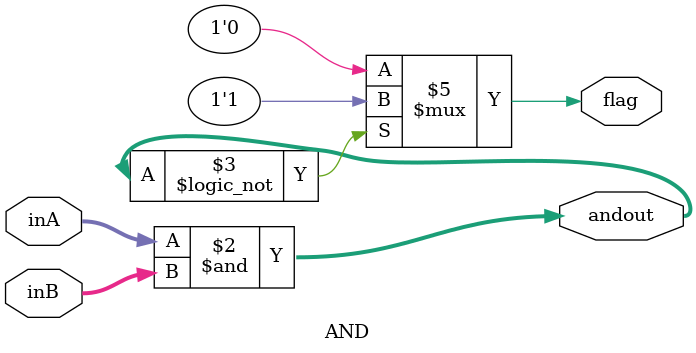
<source format=v>
`timescale 1ns / 1ps


module AND(inA, inB, andout, flag);
    input [31:0] inA;
    input [31:0] inB;
    output reg [31:0] andout;
    output reg flag;
    
    always@(*) begin
        andout = inA&inB;
        if(andout==0)
            flag = 1;
        else
            flag = 0;
    end
endmodule
</source>
